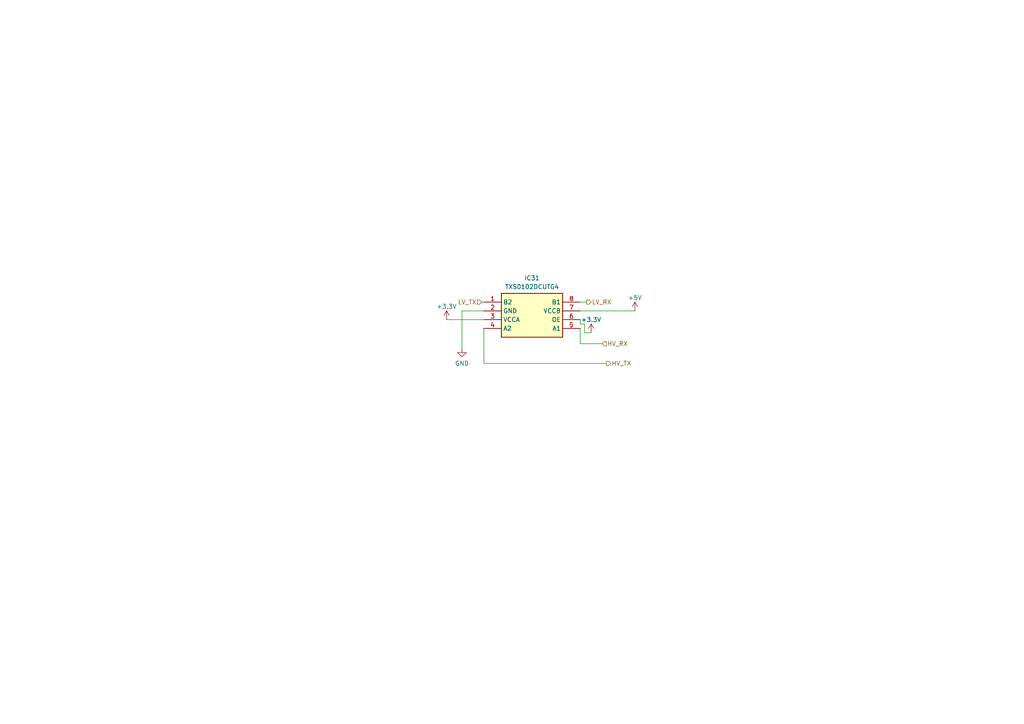
<source format=kicad_sch>
(kicad_sch (version 20230121) (generator eeschema)
  (paper "A4")
  (lib_symbols
    (symbol "TXS0102DCUTG4:TXS0102DCUTG4"
      (property "Reference" "IC" (at 24.13 7.62 0))
      (property "Value" "TXS0102DCUTG4" (at 24.13 5.08 0))
      (symbol "TXS0102DCUTG4_1_1"
        (rectangle (start 5.08 2.54) (end 22.86 -10.16) (stroke (width 0.254)) (fill (type background)))
        (pin passive line (at 0 0 0) (length 5.08) (name "B2") (number "1"))
        (pin passive line (at 0 -2.54 0) (length 5.08) (name "GND") (number "2"))
        (pin passive line (at 0 -5.08 0) (length 5.08) (name "VCCA") (number "3"))
        (pin passive line (at 0 -7.62 0) (length 5.08) (name "A2") (number "4"))
        (pin passive line (at 27.94 -7.62 180) (length 5.08) (name "A1") (number "5"))
        (pin passive line (at 27.94 -5.08 180) (length 5.08) (name "OE") (number "6"))
        (pin passive line (at 27.94 -2.54 180) (length 5.08) (name "VCCB") (number "7"))
        (pin passive line (at 27.94 0 180) (length 5.08) (name "B1") (number "8"))
      )
    )
    (symbol "power:+3.3V" (power) (pin_names (offset 0))
      (property "Value" "+3.3V" (at 0 3.556 0))
      (symbol "+3.3V_0_1"
        (polyline (pts (xy -0.762 1.27) (xy 0 2.54)))
        (polyline (pts (xy 0 0) (xy 0 2.54)))
        (polyline (pts (xy 0 2.54) (xy 0.762 1.27)))
      )
      (symbol "+3.3V_1_1"
        (pin power_in line (at 0 0 90) (length 0) hide (name "+3.3V") (number "1"))
      )
    )
    (symbol "power:+5V" (power) (pin_names (offset 0))
      (property "Value" "+5V" (at 0 3.556 0))
      (symbol "+5V_0_1"
        (polyline (pts (xy -0.762 1.27) (xy 0 2.54)))
        (polyline (pts (xy 0 0) (xy 0 2.54)))
        (polyline (pts (xy 0 2.54) (xy 0.762 1.27)))
      )
      (symbol "+5V_1_1"
        (pin power_in line (at 0 0 90) (length 0) hide (name "+5V") (number "1"))
      )
    )
    (symbol "power:GND" (power) (pin_names (offset 0))
      (property "Value" "GND" (at 0 -3.81 0))
      (symbol "GND_0_1"
        (polyline (pts (xy 0 0) (xy 0 -1.27) (xy 1.27 -1.27) (xy 0 -2.54) (xy -1.27 -1.27) (xy 0 -1.27)))
      )
      (symbol "GND_1_1"
        (pin power_in line (at 0 0 270) (length 0) hide (name "GND") (number "1"))
      )
    )
  )
  (wire (pts (xy 169.545 96.52) (xy 169.545 93.98)))
  (wire (pts (xy 140.335 105.41) (xy 140.335 95.25)))
  (wire (pts (xy 168.275 93.98) (xy 168.275 92.71)))
  (wire (pts (xy 175.895 105.41) (xy 140.335 105.41)))
  (wire (pts (xy 168.275 90.17) (xy 184.15 90.17)))
  (wire (pts (xy 168.275 87.63) (xy 170.18 87.63)))
  (wire (pts (xy 140.335 90.17) (xy 133.985 90.17)))
  (wire (pts (xy 139.7 87.63) (xy 140.335 87.63)))
  (wire (pts (xy 169.545 93.98) (xy 168.275 93.98)))
  (wire (pts (xy 168.275 99.695) (xy 174.625 99.695)))
  (wire (pts (xy 129.54 92.71) (xy 140.335 92.71)))
  (wire (pts (xy 168.275 95.25) (xy 168.275 99.695)))
  (wire (pts (xy 133.985 90.17) (xy 133.985 100.965)))
  (wire (pts (xy 171.45 96.52) (xy 169.545 96.52)))
  (hierarchical_label "LV_RX" (shape output) (at 170.18 87.63 0))
  (hierarchical_label "HV_TX" (shape output) (at 175.895 105.41 0))
  (hierarchical_label "LV_TX" (shape input) (at 139.7 87.63 180))
  (hierarchical_label "HV_RX" (shape input) (at 174.625 99.695 0))
  (symbol (lib_id "power:+3.3V") (at 171.45 96.52 0) (unit 1)
    (property "Reference" "#PWR083" (effects hide))
    (property "Value" "+3.3V" (at 171.45 92.71 0))
    (instances (project "PLC-CIM" (path "" (reference "#PWR083") (unit 1)) (path "" (reference "#PWR084") (unit 1))))
  )
  (symbol (lib_id "power:GND") (at 133.985 100.965 0) (unit 1)
    (property "Reference" "#PWR084" (effects hide))
    (property "Value" "GND" (at 133.985 105.41 0))
    (instances (project "PLC-CIM" (path "" (reference "#PWR084") (unit 1)) (path "" (reference "#PWR082") (unit 1))))
  )
  (symbol (lib_id "power:+3.3V") (at 129.54 92.71 0) (unit 1)
    (property "Reference" "#PWR081" (effects hide))
    (property "Value" "+3.3V" (at 129.54 88.9 0))
  )
  (symbol (lib_id "TXS0102DCUTG4:TXS0102DCUTG4") (at 140.335 87.63 0) (unit 1)
    (property "Reference" "IC31" (at 154.305 80.645 0))
    (property "Value" "TXS0102DCUTG4" (at 154.305 83.185 0))
    (property "Footprint" "TXS0102DCUTG4:SOP50P310X90-8N" (effects hide))
    (property "Datasheet" "http://www.ti.com/lit/gpn/TXS0102" (effects hide))
    (property "Height" "0.9" (effects hide))
    (property "Mouser Part Number" "595-TXS0102DCUTG4" (effects hide))
    (property "Mouser Price/Stock" "https://www.mouser.co.uk/ProductDetail/Texas-Instruments/TXS0102DCUTG4?qs=0OHPnBYoB%2FliJ1RXxm0IJQ%3D%3D" (effects hide))
    (property "Manufacturer_Name" "Texas Instruments" (effects hide))
    (property "Manufacturer_Part_Number" "TXS0102DCUTG4" (effects hide))
  )
  (symbol (lib_id "power:+5V") (at 184.15 90.17 0) (unit 1)
    (property "Reference" "#PWR082" (effects hide))
    (property "Value" "+5V" (at 184.15 86.36 0))
    (instances (project "PLC-CIM" (path "" (reference "#PWR082") (unit 1)) (path "" (reference "#PWR083") (unit 1))))
  )
)
</source>
